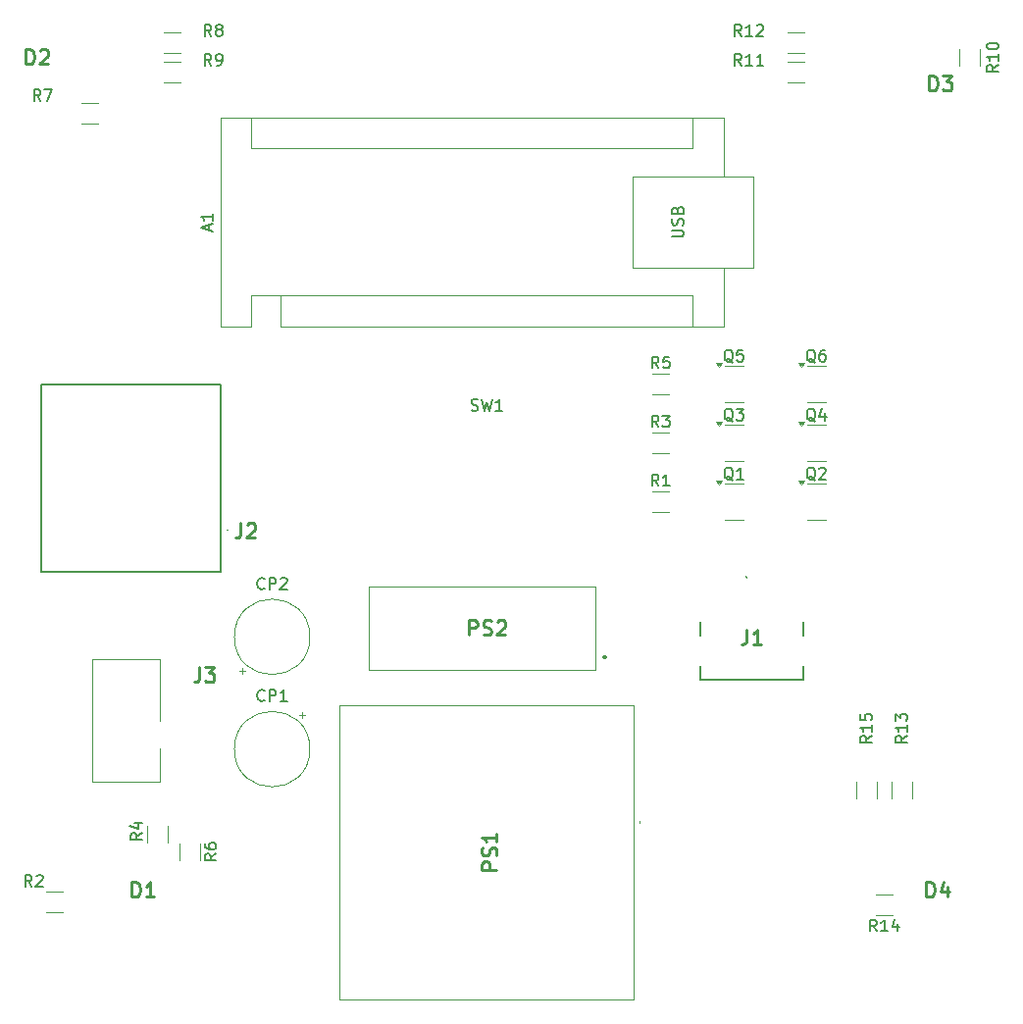
<source format=gbr>
%TF.GenerationSoftware,KiCad,Pcbnew,8.0.8*%
%TF.CreationDate,2025-06-01T20:52:10+02:00*%
%TF.ProjectId,DIYFAN_V1,44495946-414e-45f5-9631-2e6b69636164,rev?*%
%TF.SameCoordinates,Original*%
%TF.FileFunction,Legend,Top*%
%TF.FilePolarity,Positive*%
%FSLAX46Y46*%
G04 Gerber Fmt 4.6, Leading zero omitted, Abs format (unit mm)*
G04 Created by KiCad (PCBNEW 8.0.8) date 2025-06-01 20:52:10*
%MOMM*%
%LPD*%
G01*
G04 APERTURE LIST*
%ADD10C,0.150000*%
%ADD11C,0.254000*%
%ADD12C,0.120000*%
%ADD13C,0.200000*%
%ADD14C,0.100000*%
%ADD15C,0.300000*%
G04 APERTURE END LIST*
D10*
X90511333Y-124660819D02*
X90178000Y-124184628D01*
X89939905Y-124660819D02*
X89939905Y-123660819D01*
X89939905Y-123660819D02*
X90320857Y-123660819D01*
X90320857Y-123660819D02*
X90416095Y-123708438D01*
X90416095Y-123708438D02*
X90463714Y-123756057D01*
X90463714Y-123756057D02*
X90511333Y-123851295D01*
X90511333Y-123851295D02*
X90511333Y-123994152D01*
X90511333Y-123994152D02*
X90463714Y-124089390D01*
X90463714Y-124089390D02*
X90416095Y-124137009D01*
X90416095Y-124137009D02*
X90320857Y-124184628D01*
X90320857Y-124184628D02*
X89939905Y-124184628D01*
X90892286Y-123756057D02*
X90939905Y-123708438D01*
X90939905Y-123708438D02*
X91035143Y-123660819D01*
X91035143Y-123660819D02*
X91273238Y-123660819D01*
X91273238Y-123660819D02*
X91368476Y-123708438D01*
X91368476Y-123708438D02*
X91416095Y-123756057D01*
X91416095Y-123756057D02*
X91463714Y-123851295D01*
X91463714Y-123851295D02*
X91463714Y-123946533D01*
X91463714Y-123946533D02*
X91416095Y-124089390D01*
X91416095Y-124089390D02*
X90844667Y-124660819D01*
X90844667Y-124660819D02*
X91463714Y-124660819D01*
D11*
X152230667Y-102470318D02*
X152230667Y-103377461D01*
X152230667Y-103377461D02*
X152170190Y-103558889D01*
X152170190Y-103558889D02*
X152049238Y-103679842D01*
X152049238Y-103679842D02*
X151867809Y-103740318D01*
X151867809Y-103740318D02*
X151746857Y-103740318D01*
X153500667Y-103740318D02*
X152774952Y-103740318D01*
X153137809Y-103740318D02*
X153137809Y-102470318D01*
X153137809Y-102470318D02*
X153016857Y-102651746D01*
X153016857Y-102651746D02*
X152895905Y-102772699D01*
X152895905Y-102772699D02*
X152774952Y-102833175D01*
X108542667Y-93284318D02*
X108542667Y-94191461D01*
X108542667Y-94191461D02*
X108482190Y-94372889D01*
X108482190Y-94372889D02*
X108361238Y-94493842D01*
X108361238Y-94493842D02*
X108179809Y-94554318D01*
X108179809Y-94554318D02*
X108058857Y-94554318D01*
X109086952Y-93405270D02*
X109147428Y-93344794D01*
X109147428Y-93344794D02*
X109268381Y-93284318D01*
X109268381Y-93284318D02*
X109570762Y-93284318D01*
X109570762Y-93284318D02*
X109691714Y-93344794D01*
X109691714Y-93344794D02*
X109752190Y-93405270D01*
X109752190Y-93405270D02*
X109812667Y-93526222D01*
X109812667Y-93526222D02*
X109812667Y-93647175D01*
X109812667Y-93647175D02*
X109752190Y-93828603D01*
X109752190Y-93828603D02*
X109026476Y-94554318D01*
X109026476Y-94554318D02*
X109812667Y-94554318D01*
D10*
X106005333Y-51254819D02*
X105672000Y-50778628D01*
X105433905Y-51254819D02*
X105433905Y-50254819D01*
X105433905Y-50254819D02*
X105814857Y-50254819D01*
X105814857Y-50254819D02*
X105910095Y-50302438D01*
X105910095Y-50302438D02*
X105957714Y-50350057D01*
X105957714Y-50350057D02*
X106005333Y-50445295D01*
X106005333Y-50445295D02*
X106005333Y-50588152D01*
X106005333Y-50588152D02*
X105957714Y-50683390D01*
X105957714Y-50683390D02*
X105910095Y-50731009D01*
X105910095Y-50731009D02*
X105814857Y-50778628D01*
X105814857Y-50778628D02*
X105433905Y-50778628D01*
X106576762Y-50683390D02*
X106481524Y-50635771D01*
X106481524Y-50635771D02*
X106433905Y-50588152D01*
X106433905Y-50588152D02*
X106386286Y-50492914D01*
X106386286Y-50492914D02*
X106386286Y-50445295D01*
X106386286Y-50445295D02*
X106433905Y-50350057D01*
X106433905Y-50350057D02*
X106481524Y-50302438D01*
X106481524Y-50302438D02*
X106576762Y-50254819D01*
X106576762Y-50254819D02*
X106767238Y-50254819D01*
X106767238Y-50254819D02*
X106862476Y-50302438D01*
X106862476Y-50302438D02*
X106910095Y-50350057D01*
X106910095Y-50350057D02*
X106957714Y-50445295D01*
X106957714Y-50445295D02*
X106957714Y-50492914D01*
X106957714Y-50492914D02*
X106910095Y-50588152D01*
X106910095Y-50588152D02*
X106862476Y-50635771D01*
X106862476Y-50635771D02*
X106767238Y-50683390D01*
X106767238Y-50683390D02*
X106576762Y-50683390D01*
X106576762Y-50683390D02*
X106481524Y-50731009D01*
X106481524Y-50731009D02*
X106433905Y-50778628D01*
X106433905Y-50778628D02*
X106386286Y-50873866D01*
X106386286Y-50873866D02*
X106386286Y-51064342D01*
X106386286Y-51064342D02*
X106433905Y-51159580D01*
X106433905Y-51159580D02*
X106481524Y-51207200D01*
X106481524Y-51207200D02*
X106576762Y-51254819D01*
X106576762Y-51254819D02*
X106767238Y-51254819D01*
X106767238Y-51254819D02*
X106862476Y-51207200D01*
X106862476Y-51207200D02*
X106910095Y-51159580D01*
X106910095Y-51159580D02*
X106957714Y-51064342D01*
X106957714Y-51064342D02*
X106957714Y-50873866D01*
X106957714Y-50873866D02*
X106910095Y-50778628D01*
X106910095Y-50778628D02*
X106862476Y-50731009D01*
X106862476Y-50731009D02*
X106767238Y-50683390D01*
X151757142Y-53794819D02*
X151423809Y-53318628D01*
X151185714Y-53794819D02*
X151185714Y-52794819D01*
X151185714Y-52794819D02*
X151566666Y-52794819D01*
X151566666Y-52794819D02*
X151661904Y-52842438D01*
X151661904Y-52842438D02*
X151709523Y-52890057D01*
X151709523Y-52890057D02*
X151757142Y-52985295D01*
X151757142Y-52985295D02*
X151757142Y-53128152D01*
X151757142Y-53128152D02*
X151709523Y-53223390D01*
X151709523Y-53223390D02*
X151661904Y-53271009D01*
X151661904Y-53271009D02*
X151566666Y-53318628D01*
X151566666Y-53318628D02*
X151185714Y-53318628D01*
X152709523Y-53794819D02*
X152138095Y-53794819D01*
X152423809Y-53794819D02*
X152423809Y-52794819D01*
X152423809Y-52794819D02*
X152328571Y-52937676D01*
X152328571Y-52937676D02*
X152233333Y-53032914D01*
X152233333Y-53032914D02*
X152138095Y-53080533D01*
X153661904Y-53794819D02*
X153090476Y-53794819D01*
X153376190Y-53794819D02*
X153376190Y-52794819D01*
X153376190Y-52794819D02*
X153280952Y-52937676D01*
X153280952Y-52937676D02*
X153185714Y-53032914D01*
X153185714Y-53032914D02*
X153090476Y-53080533D01*
X144613333Y-79914819D02*
X144280000Y-79438628D01*
X144041905Y-79914819D02*
X144041905Y-78914819D01*
X144041905Y-78914819D02*
X144422857Y-78914819D01*
X144422857Y-78914819D02*
X144518095Y-78962438D01*
X144518095Y-78962438D02*
X144565714Y-79010057D01*
X144565714Y-79010057D02*
X144613333Y-79105295D01*
X144613333Y-79105295D02*
X144613333Y-79248152D01*
X144613333Y-79248152D02*
X144565714Y-79343390D01*
X144565714Y-79343390D02*
X144518095Y-79391009D01*
X144518095Y-79391009D02*
X144422857Y-79438628D01*
X144422857Y-79438628D02*
X144041905Y-79438628D01*
X145518095Y-78914819D02*
X145041905Y-78914819D01*
X145041905Y-78914819D02*
X144994286Y-79391009D01*
X144994286Y-79391009D02*
X145041905Y-79343390D01*
X145041905Y-79343390D02*
X145137143Y-79295771D01*
X145137143Y-79295771D02*
X145375238Y-79295771D01*
X145375238Y-79295771D02*
X145470476Y-79343390D01*
X145470476Y-79343390D02*
X145518095Y-79391009D01*
X145518095Y-79391009D02*
X145565714Y-79486247D01*
X145565714Y-79486247D02*
X145565714Y-79724342D01*
X145565714Y-79724342D02*
X145518095Y-79819580D01*
X145518095Y-79819580D02*
X145470476Y-79867200D01*
X145470476Y-79867200D02*
X145375238Y-79914819D01*
X145375238Y-79914819D02*
X145137143Y-79914819D01*
X145137143Y-79914819D02*
X145041905Y-79867200D01*
X145041905Y-79867200D02*
X144994286Y-79819580D01*
X173936819Y-53728857D02*
X173460628Y-54062190D01*
X173936819Y-54300285D02*
X172936819Y-54300285D01*
X172936819Y-54300285D02*
X172936819Y-53919333D01*
X172936819Y-53919333D02*
X172984438Y-53824095D01*
X172984438Y-53824095D02*
X173032057Y-53776476D01*
X173032057Y-53776476D02*
X173127295Y-53728857D01*
X173127295Y-53728857D02*
X173270152Y-53728857D01*
X173270152Y-53728857D02*
X173365390Y-53776476D01*
X173365390Y-53776476D02*
X173413009Y-53824095D01*
X173413009Y-53824095D02*
X173460628Y-53919333D01*
X173460628Y-53919333D02*
X173460628Y-54300285D01*
X173936819Y-52776476D02*
X173936819Y-53347904D01*
X173936819Y-53062190D02*
X172936819Y-53062190D01*
X172936819Y-53062190D02*
X173079676Y-53157428D01*
X173079676Y-53157428D02*
X173174914Y-53252666D01*
X173174914Y-53252666D02*
X173222533Y-53347904D01*
X172936819Y-52157428D02*
X172936819Y-52062190D01*
X172936819Y-52062190D02*
X172984438Y-51966952D01*
X172984438Y-51966952D02*
X173032057Y-51919333D01*
X173032057Y-51919333D02*
X173127295Y-51871714D01*
X173127295Y-51871714D02*
X173317771Y-51824095D01*
X173317771Y-51824095D02*
X173555866Y-51824095D01*
X173555866Y-51824095D02*
X173746342Y-51871714D01*
X173746342Y-51871714D02*
X173841580Y-51919333D01*
X173841580Y-51919333D02*
X173889200Y-51966952D01*
X173889200Y-51966952D02*
X173936819Y-52062190D01*
X173936819Y-52062190D02*
X173936819Y-52157428D01*
X173936819Y-52157428D02*
X173889200Y-52252666D01*
X173889200Y-52252666D02*
X173841580Y-52300285D01*
X173841580Y-52300285D02*
X173746342Y-52347904D01*
X173746342Y-52347904D02*
X173555866Y-52395523D01*
X173555866Y-52395523D02*
X173317771Y-52395523D01*
X173317771Y-52395523D02*
X173127295Y-52347904D01*
X173127295Y-52347904D02*
X173032057Y-52300285D01*
X173032057Y-52300285D02*
X172984438Y-52252666D01*
X172984438Y-52252666D02*
X172936819Y-52157428D01*
X106414819Y-121832666D02*
X105938628Y-122165999D01*
X106414819Y-122404094D02*
X105414819Y-122404094D01*
X105414819Y-122404094D02*
X105414819Y-122023142D01*
X105414819Y-122023142D02*
X105462438Y-121927904D01*
X105462438Y-121927904D02*
X105510057Y-121880285D01*
X105510057Y-121880285D02*
X105605295Y-121832666D01*
X105605295Y-121832666D02*
X105748152Y-121832666D01*
X105748152Y-121832666D02*
X105843390Y-121880285D01*
X105843390Y-121880285D02*
X105891009Y-121927904D01*
X105891009Y-121927904D02*
X105938628Y-122023142D01*
X105938628Y-122023142D02*
X105938628Y-122404094D01*
X105414819Y-120975523D02*
X105414819Y-121165999D01*
X105414819Y-121165999D02*
X105462438Y-121261237D01*
X105462438Y-121261237D02*
X105510057Y-121308856D01*
X105510057Y-121308856D02*
X105652914Y-121404094D01*
X105652914Y-121404094D02*
X105843390Y-121451713D01*
X105843390Y-121451713D02*
X106224342Y-121451713D01*
X106224342Y-121451713D02*
X106319580Y-121404094D01*
X106319580Y-121404094D02*
X106367200Y-121356475D01*
X106367200Y-121356475D02*
X106414819Y-121261237D01*
X106414819Y-121261237D02*
X106414819Y-121070761D01*
X106414819Y-121070761D02*
X106367200Y-120975523D01*
X106367200Y-120975523D02*
X106319580Y-120927904D01*
X106319580Y-120927904D02*
X106224342Y-120880285D01*
X106224342Y-120880285D02*
X105986247Y-120880285D01*
X105986247Y-120880285D02*
X105891009Y-120927904D01*
X105891009Y-120927904D02*
X105843390Y-120975523D01*
X105843390Y-120975523D02*
X105795771Y-121070761D01*
X105795771Y-121070761D02*
X105795771Y-121261237D01*
X105795771Y-121261237D02*
X105843390Y-121356475D01*
X105843390Y-121356475D02*
X105891009Y-121404094D01*
X105891009Y-121404094D02*
X105986247Y-121451713D01*
X158146761Y-79430057D02*
X158051523Y-79382438D01*
X158051523Y-79382438D02*
X157956285Y-79287200D01*
X157956285Y-79287200D02*
X157813428Y-79144342D01*
X157813428Y-79144342D02*
X157718190Y-79096723D01*
X157718190Y-79096723D02*
X157622952Y-79096723D01*
X157670571Y-79334819D02*
X157575333Y-79287200D01*
X157575333Y-79287200D02*
X157480095Y-79191961D01*
X157480095Y-79191961D02*
X157432476Y-79001485D01*
X157432476Y-79001485D02*
X157432476Y-78668152D01*
X157432476Y-78668152D02*
X157480095Y-78477676D01*
X157480095Y-78477676D02*
X157575333Y-78382438D01*
X157575333Y-78382438D02*
X157670571Y-78334819D01*
X157670571Y-78334819D02*
X157861047Y-78334819D01*
X157861047Y-78334819D02*
X157956285Y-78382438D01*
X157956285Y-78382438D02*
X158051523Y-78477676D01*
X158051523Y-78477676D02*
X158099142Y-78668152D01*
X158099142Y-78668152D02*
X158099142Y-79001485D01*
X158099142Y-79001485D02*
X158051523Y-79191961D01*
X158051523Y-79191961D02*
X157956285Y-79287200D01*
X157956285Y-79287200D02*
X157861047Y-79334819D01*
X157861047Y-79334819D02*
X157670571Y-79334819D01*
X158956285Y-78334819D02*
X158765809Y-78334819D01*
X158765809Y-78334819D02*
X158670571Y-78382438D01*
X158670571Y-78382438D02*
X158622952Y-78430057D01*
X158622952Y-78430057D02*
X158527714Y-78572914D01*
X158527714Y-78572914D02*
X158480095Y-78763390D01*
X158480095Y-78763390D02*
X158480095Y-79144342D01*
X158480095Y-79144342D02*
X158527714Y-79239580D01*
X158527714Y-79239580D02*
X158575333Y-79287200D01*
X158575333Y-79287200D02*
X158670571Y-79334819D01*
X158670571Y-79334819D02*
X158861047Y-79334819D01*
X158861047Y-79334819D02*
X158956285Y-79287200D01*
X158956285Y-79287200D02*
X159003904Y-79239580D01*
X159003904Y-79239580D02*
X159051523Y-79144342D01*
X159051523Y-79144342D02*
X159051523Y-78906247D01*
X159051523Y-78906247D02*
X159003904Y-78811009D01*
X159003904Y-78811009D02*
X158956285Y-78763390D01*
X158956285Y-78763390D02*
X158861047Y-78715771D01*
X158861047Y-78715771D02*
X158670571Y-78715771D01*
X158670571Y-78715771D02*
X158575333Y-78763390D01*
X158575333Y-78763390D02*
X158527714Y-78811009D01*
X158527714Y-78811009D02*
X158480095Y-78906247D01*
X144613333Y-90074819D02*
X144280000Y-89598628D01*
X144041905Y-90074819D02*
X144041905Y-89074819D01*
X144041905Y-89074819D02*
X144422857Y-89074819D01*
X144422857Y-89074819D02*
X144518095Y-89122438D01*
X144518095Y-89122438D02*
X144565714Y-89170057D01*
X144565714Y-89170057D02*
X144613333Y-89265295D01*
X144613333Y-89265295D02*
X144613333Y-89408152D01*
X144613333Y-89408152D02*
X144565714Y-89503390D01*
X144565714Y-89503390D02*
X144518095Y-89551009D01*
X144518095Y-89551009D02*
X144422857Y-89598628D01*
X144422857Y-89598628D02*
X144041905Y-89598628D01*
X145565714Y-90074819D02*
X144994286Y-90074819D01*
X145280000Y-90074819D02*
X145280000Y-89074819D01*
X145280000Y-89074819D02*
X145184762Y-89217676D01*
X145184762Y-89217676D02*
X145089524Y-89312914D01*
X145089524Y-89312914D02*
X144994286Y-89360533D01*
X151034761Y-89590057D02*
X150939523Y-89542438D01*
X150939523Y-89542438D02*
X150844285Y-89447200D01*
X150844285Y-89447200D02*
X150701428Y-89304342D01*
X150701428Y-89304342D02*
X150606190Y-89256723D01*
X150606190Y-89256723D02*
X150510952Y-89256723D01*
X150558571Y-89494819D02*
X150463333Y-89447200D01*
X150463333Y-89447200D02*
X150368095Y-89351961D01*
X150368095Y-89351961D02*
X150320476Y-89161485D01*
X150320476Y-89161485D02*
X150320476Y-88828152D01*
X150320476Y-88828152D02*
X150368095Y-88637676D01*
X150368095Y-88637676D02*
X150463333Y-88542438D01*
X150463333Y-88542438D02*
X150558571Y-88494819D01*
X150558571Y-88494819D02*
X150749047Y-88494819D01*
X150749047Y-88494819D02*
X150844285Y-88542438D01*
X150844285Y-88542438D02*
X150939523Y-88637676D01*
X150939523Y-88637676D02*
X150987142Y-88828152D01*
X150987142Y-88828152D02*
X150987142Y-89161485D01*
X150987142Y-89161485D02*
X150939523Y-89351961D01*
X150939523Y-89351961D02*
X150844285Y-89447200D01*
X150844285Y-89447200D02*
X150749047Y-89494819D01*
X150749047Y-89494819D02*
X150558571Y-89494819D01*
X151939523Y-89494819D02*
X151368095Y-89494819D01*
X151653809Y-89494819D02*
X151653809Y-88494819D01*
X151653809Y-88494819D02*
X151558571Y-88637676D01*
X151558571Y-88637676D02*
X151463333Y-88732914D01*
X151463333Y-88732914D02*
X151368095Y-88780533D01*
X163014819Y-111640857D02*
X162538628Y-111974190D01*
X163014819Y-112212285D02*
X162014819Y-112212285D01*
X162014819Y-112212285D02*
X162014819Y-111831333D01*
X162014819Y-111831333D02*
X162062438Y-111736095D01*
X162062438Y-111736095D02*
X162110057Y-111688476D01*
X162110057Y-111688476D02*
X162205295Y-111640857D01*
X162205295Y-111640857D02*
X162348152Y-111640857D01*
X162348152Y-111640857D02*
X162443390Y-111688476D01*
X162443390Y-111688476D02*
X162491009Y-111736095D01*
X162491009Y-111736095D02*
X162538628Y-111831333D01*
X162538628Y-111831333D02*
X162538628Y-112212285D01*
X163014819Y-110688476D02*
X163014819Y-111259904D01*
X163014819Y-110974190D02*
X162014819Y-110974190D01*
X162014819Y-110974190D02*
X162157676Y-111069428D01*
X162157676Y-111069428D02*
X162252914Y-111164666D01*
X162252914Y-111164666D02*
X162300533Y-111259904D01*
X162014819Y-109783714D02*
X162014819Y-110259904D01*
X162014819Y-110259904D02*
X162491009Y-110307523D01*
X162491009Y-110307523D02*
X162443390Y-110259904D01*
X162443390Y-110259904D02*
X162395771Y-110164666D01*
X162395771Y-110164666D02*
X162395771Y-109926571D01*
X162395771Y-109926571D02*
X162443390Y-109831333D01*
X162443390Y-109831333D02*
X162491009Y-109783714D01*
X162491009Y-109783714D02*
X162586247Y-109736095D01*
X162586247Y-109736095D02*
X162824342Y-109736095D01*
X162824342Y-109736095D02*
X162919580Y-109783714D01*
X162919580Y-109783714D02*
X162967200Y-109831333D01*
X162967200Y-109831333D02*
X163014819Y-109926571D01*
X163014819Y-109926571D02*
X163014819Y-110164666D01*
X163014819Y-110164666D02*
X162967200Y-110259904D01*
X162967200Y-110259904D02*
X162919580Y-110307523D01*
X166062819Y-111640857D02*
X165586628Y-111974190D01*
X166062819Y-112212285D02*
X165062819Y-112212285D01*
X165062819Y-112212285D02*
X165062819Y-111831333D01*
X165062819Y-111831333D02*
X165110438Y-111736095D01*
X165110438Y-111736095D02*
X165158057Y-111688476D01*
X165158057Y-111688476D02*
X165253295Y-111640857D01*
X165253295Y-111640857D02*
X165396152Y-111640857D01*
X165396152Y-111640857D02*
X165491390Y-111688476D01*
X165491390Y-111688476D02*
X165539009Y-111736095D01*
X165539009Y-111736095D02*
X165586628Y-111831333D01*
X165586628Y-111831333D02*
X165586628Y-112212285D01*
X166062819Y-110688476D02*
X166062819Y-111259904D01*
X166062819Y-110974190D02*
X165062819Y-110974190D01*
X165062819Y-110974190D02*
X165205676Y-111069428D01*
X165205676Y-111069428D02*
X165300914Y-111164666D01*
X165300914Y-111164666D02*
X165348533Y-111259904D01*
X165062819Y-110355142D02*
X165062819Y-109736095D01*
X165062819Y-109736095D02*
X165443771Y-110069428D01*
X165443771Y-110069428D02*
X165443771Y-109926571D01*
X165443771Y-109926571D02*
X165491390Y-109831333D01*
X165491390Y-109831333D02*
X165539009Y-109783714D01*
X165539009Y-109783714D02*
X165634247Y-109736095D01*
X165634247Y-109736095D02*
X165872342Y-109736095D01*
X165872342Y-109736095D02*
X165967580Y-109783714D01*
X165967580Y-109783714D02*
X166015200Y-109831333D01*
X166015200Y-109831333D02*
X166062819Y-109926571D01*
X166062819Y-109926571D02*
X166062819Y-110212285D01*
X166062819Y-110212285D02*
X166015200Y-110307523D01*
X166015200Y-110307523D02*
X165967580Y-110355142D01*
X110585333Y-108563580D02*
X110537714Y-108611200D01*
X110537714Y-108611200D02*
X110394857Y-108658819D01*
X110394857Y-108658819D02*
X110299619Y-108658819D01*
X110299619Y-108658819D02*
X110156762Y-108611200D01*
X110156762Y-108611200D02*
X110061524Y-108515961D01*
X110061524Y-108515961D02*
X110013905Y-108420723D01*
X110013905Y-108420723D02*
X109966286Y-108230247D01*
X109966286Y-108230247D02*
X109966286Y-108087390D01*
X109966286Y-108087390D02*
X110013905Y-107896914D01*
X110013905Y-107896914D02*
X110061524Y-107801676D01*
X110061524Y-107801676D02*
X110156762Y-107706438D01*
X110156762Y-107706438D02*
X110299619Y-107658819D01*
X110299619Y-107658819D02*
X110394857Y-107658819D01*
X110394857Y-107658819D02*
X110537714Y-107706438D01*
X110537714Y-107706438D02*
X110585333Y-107754057D01*
X111013905Y-108658819D02*
X111013905Y-107658819D01*
X111013905Y-107658819D02*
X111394857Y-107658819D01*
X111394857Y-107658819D02*
X111490095Y-107706438D01*
X111490095Y-107706438D02*
X111537714Y-107754057D01*
X111537714Y-107754057D02*
X111585333Y-107849295D01*
X111585333Y-107849295D02*
X111585333Y-107992152D01*
X111585333Y-107992152D02*
X111537714Y-108087390D01*
X111537714Y-108087390D02*
X111490095Y-108135009D01*
X111490095Y-108135009D02*
X111394857Y-108182628D01*
X111394857Y-108182628D02*
X111013905Y-108182628D01*
X112537714Y-108658819D02*
X111966286Y-108658819D01*
X112252000Y-108658819D02*
X112252000Y-107658819D01*
X112252000Y-107658819D02*
X112156762Y-107801676D01*
X112156762Y-107801676D02*
X112061524Y-107896914D01*
X112061524Y-107896914D02*
X111966286Y-107944533D01*
X91273333Y-56842819D02*
X90940000Y-56366628D01*
X90701905Y-56842819D02*
X90701905Y-55842819D01*
X90701905Y-55842819D02*
X91082857Y-55842819D01*
X91082857Y-55842819D02*
X91178095Y-55890438D01*
X91178095Y-55890438D02*
X91225714Y-55938057D01*
X91225714Y-55938057D02*
X91273333Y-56033295D01*
X91273333Y-56033295D02*
X91273333Y-56176152D01*
X91273333Y-56176152D02*
X91225714Y-56271390D01*
X91225714Y-56271390D02*
X91178095Y-56319009D01*
X91178095Y-56319009D02*
X91082857Y-56366628D01*
X91082857Y-56366628D02*
X90701905Y-56366628D01*
X91606667Y-55842819D02*
X92273333Y-55842819D01*
X92273333Y-55842819D02*
X91844762Y-56842819D01*
X110585333Y-98911580D02*
X110537714Y-98959200D01*
X110537714Y-98959200D02*
X110394857Y-99006819D01*
X110394857Y-99006819D02*
X110299619Y-99006819D01*
X110299619Y-99006819D02*
X110156762Y-98959200D01*
X110156762Y-98959200D02*
X110061524Y-98863961D01*
X110061524Y-98863961D02*
X110013905Y-98768723D01*
X110013905Y-98768723D02*
X109966286Y-98578247D01*
X109966286Y-98578247D02*
X109966286Y-98435390D01*
X109966286Y-98435390D02*
X110013905Y-98244914D01*
X110013905Y-98244914D02*
X110061524Y-98149676D01*
X110061524Y-98149676D02*
X110156762Y-98054438D01*
X110156762Y-98054438D02*
X110299619Y-98006819D01*
X110299619Y-98006819D02*
X110394857Y-98006819D01*
X110394857Y-98006819D02*
X110537714Y-98054438D01*
X110537714Y-98054438D02*
X110585333Y-98102057D01*
X111013905Y-99006819D02*
X111013905Y-98006819D01*
X111013905Y-98006819D02*
X111394857Y-98006819D01*
X111394857Y-98006819D02*
X111490095Y-98054438D01*
X111490095Y-98054438D02*
X111537714Y-98102057D01*
X111537714Y-98102057D02*
X111585333Y-98197295D01*
X111585333Y-98197295D02*
X111585333Y-98340152D01*
X111585333Y-98340152D02*
X111537714Y-98435390D01*
X111537714Y-98435390D02*
X111490095Y-98483009D01*
X111490095Y-98483009D02*
X111394857Y-98530628D01*
X111394857Y-98530628D02*
X111013905Y-98530628D01*
X111966286Y-98102057D02*
X112013905Y-98054438D01*
X112013905Y-98054438D02*
X112109143Y-98006819D01*
X112109143Y-98006819D02*
X112347238Y-98006819D01*
X112347238Y-98006819D02*
X112442476Y-98054438D01*
X112442476Y-98054438D02*
X112490095Y-98102057D01*
X112490095Y-98102057D02*
X112537714Y-98197295D01*
X112537714Y-98197295D02*
X112537714Y-98292533D01*
X112537714Y-98292533D02*
X112490095Y-98435390D01*
X112490095Y-98435390D02*
X111918667Y-99006819D01*
X111918667Y-99006819D02*
X112537714Y-99006819D01*
D11*
X128251856Y-102936318D02*
X128251856Y-101666318D01*
X128251856Y-101666318D02*
X128735666Y-101666318D01*
X128735666Y-101666318D02*
X128856618Y-101726794D01*
X128856618Y-101726794D02*
X128917095Y-101787270D01*
X128917095Y-101787270D02*
X128977571Y-101908222D01*
X128977571Y-101908222D02*
X128977571Y-102089651D01*
X128977571Y-102089651D02*
X128917095Y-102210603D01*
X128917095Y-102210603D02*
X128856618Y-102271080D01*
X128856618Y-102271080D02*
X128735666Y-102331556D01*
X128735666Y-102331556D02*
X128251856Y-102331556D01*
X129461380Y-102875842D02*
X129642809Y-102936318D01*
X129642809Y-102936318D02*
X129945190Y-102936318D01*
X129945190Y-102936318D02*
X130066142Y-102875842D01*
X130066142Y-102875842D02*
X130126618Y-102815365D01*
X130126618Y-102815365D02*
X130187095Y-102694413D01*
X130187095Y-102694413D02*
X130187095Y-102573461D01*
X130187095Y-102573461D02*
X130126618Y-102452508D01*
X130126618Y-102452508D02*
X130066142Y-102392032D01*
X130066142Y-102392032D02*
X129945190Y-102331556D01*
X129945190Y-102331556D02*
X129703285Y-102271080D01*
X129703285Y-102271080D02*
X129582333Y-102210603D01*
X129582333Y-102210603D02*
X129521856Y-102150127D01*
X129521856Y-102150127D02*
X129461380Y-102029175D01*
X129461380Y-102029175D02*
X129461380Y-101908222D01*
X129461380Y-101908222D02*
X129521856Y-101787270D01*
X129521856Y-101787270D02*
X129582333Y-101726794D01*
X129582333Y-101726794D02*
X129703285Y-101666318D01*
X129703285Y-101666318D02*
X130005666Y-101666318D01*
X130005666Y-101666318D02*
X130187095Y-101726794D01*
X130670904Y-101787270D02*
X130731380Y-101726794D01*
X130731380Y-101726794D02*
X130852333Y-101666318D01*
X130852333Y-101666318D02*
X131154714Y-101666318D01*
X131154714Y-101666318D02*
X131275666Y-101726794D01*
X131275666Y-101726794D02*
X131336142Y-101787270D01*
X131336142Y-101787270D02*
X131396619Y-101908222D01*
X131396619Y-101908222D02*
X131396619Y-102029175D01*
X131396619Y-102029175D02*
X131336142Y-102210603D01*
X131336142Y-102210603D02*
X130610428Y-102936318D01*
X130610428Y-102936318D02*
X131396619Y-102936318D01*
X104986667Y-105730318D02*
X104986667Y-106637461D01*
X104986667Y-106637461D02*
X104926190Y-106818889D01*
X104926190Y-106818889D02*
X104805238Y-106939842D01*
X104805238Y-106939842D02*
X104623809Y-107000318D01*
X104623809Y-107000318D02*
X104502857Y-107000318D01*
X105470476Y-105730318D02*
X106256667Y-105730318D01*
X106256667Y-105730318D02*
X105833333Y-106214127D01*
X105833333Y-106214127D02*
X106014762Y-106214127D01*
X106014762Y-106214127D02*
X106135714Y-106274603D01*
X106135714Y-106274603D02*
X106196190Y-106335080D01*
X106196190Y-106335080D02*
X106256667Y-106456032D01*
X106256667Y-106456032D02*
X106256667Y-106758413D01*
X106256667Y-106758413D02*
X106196190Y-106879365D01*
X106196190Y-106879365D02*
X106135714Y-106939842D01*
X106135714Y-106939842D02*
X106014762Y-107000318D01*
X106014762Y-107000318D02*
X105651905Y-107000318D01*
X105651905Y-107000318D02*
X105530952Y-106939842D01*
X105530952Y-106939842D02*
X105470476Y-106879365D01*
D10*
X158146761Y-84510057D02*
X158051523Y-84462438D01*
X158051523Y-84462438D02*
X157956285Y-84367200D01*
X157956285Y-84367200D02*
X157813428Y-84224342D01*
X157813428Y-84224342D02*
X157718190Y-84176723D01*
X157718190Y-84176723D02*
X157622952Y-84176723D01*
X157670571Y-84414819D02*
X157575333Y-84367200D01*
X157575333Y-84367200D02*
X157480095Y-84271961D01*
X157480095Y-84271961D02*
X157432476Y-84081485D01*
X157432476Y-84081485D02*
X157432476Y-83748152D01*
X157432476Y-83748152D02*
X157480095Y-83557676D01*
X157480095Y-83557676D02*
X157575333Y-83462438D01*
X157575333Y-83462438D02*
X157670571Y-83414819D01*
X157670571Y-83414819D02*
X157861047Y-83414819D01*
X157861047Y-83414819D02*
X157956285Y-83462438D01*
X157956285Y-83462438D02*
X158051523Y-83557676D01*
X158051523Y-83557676D02*
X158099142Y-83748152D01*
X158099142Y-83748152D02*
X158099142Y-84081485D01*
X158099142Y-84081485D02*
X158051523Y-84271961D01*
X158051523Y-84271961D02*
X157956285Y-84367200D01*
X157956285Y-84367200D02*
X157861047Y-84414819D01*
X157861047Y-84414819D02*
X157670571Y-84414819D01*
X158956285Y-83748152D02*
X158956285Y-84414819D01*
X158718190Y-83367200D02*
X158480095Y-84081485D01*
X158480095Y-84081485D02*
X159099142Y-84081485D01*
X151757142Y-51254819D02*
X151423809Y-50778628D01*
X151185714Y-51254819D02*
X151185714Y-50254819D01*
X151185714Y-50254819D02*
X151566666Y-50254819D01*
X151566666Y-50254819D02*
X151661904Y-50302438D01*
X151661904Y-50302438D02*
X151709523Y-50350057D01*
X151709523Y-50350057D02*
X151757142Y-50445295D01*
X151757142Y-50445295D02*
X151757142Y-50588152D01*
X151757142Y-50588152D02*
X151709523Y-50683390D01*
X151709523Y-50683390D02*
X151661904Y-50731009D01*
X151661904Y-50731009D02*
X151566666Y-50778628D01*
X151566666Y-50778628D02*
X151185714Y-50778628D01*
X152709523Y-51254819D02*
X152138095Y-51254819D01*
X152423809Y-51254819D02*
X152423809Y-50254819D01*
X152423809Y-50254819D02*
X152328571Y-50397676D01*
X152328571Y-50397676D02*
X152233333Y-50492914D01*
X152233333Y-50492914D02*
X152138095Y-50540533D01*
X153090476Y-50350057D02*
X153138095Y-50302438D01*
X153138095Y-50302438D02*
X153233333Y-50254819D01*
X153233333Y-50254819D02*
X153471428Y-50254819D01*
X153471428Y-50254819D02*
X153566666Y-50302438D01*
X153566666Y-50302438D02*
X153614285Y-50350057D01*
X153614285Y-50350057D02*
X153661904Y-50445295D01*
X153661904Y-50445295D02*
X153661904Y-50540533D01*
X153661904Y-50540533D02*
X153614285Y-50683390D01*
X153614285Y-50683390D02*
X153042857Y-51254819D01*
X153042857Y-51254819D02*
X153661904Y-51254819D01*
X163441142Y-128512819D02*
X163107809Y-128036628D01*
X162869714Y-128512819D02*
X162869714Y-127512819D01*
X162869714Y-127512819D02*
X163250666Y-127512819D01*
X163250666Y-127512819D02*
X163345904Y-127560438D01*
X163345904Y-127560438D02*
X163393523Y-127608057D01*
X163393523Y-127608057D02*
X163441142Y-127703295D01*
X163441142Y-127703295D02*
X163441142Y-127846152D01*
X163441142Y-127846152D02*
X163393523Y-127941390D01*
X163393523Y-127941390D02*
X163345904Y-127989009D01*
X163345904Y-127989009D02*
X163250666Y-128036628D01*
X163250666Y-128036628D02*
X162869714Y-128036628D01*
X164393523Y-128512819D02*
X163822095Y-128512819D01*
X164107809Y-128512819D02*
X164107809Y-127512819D01*
X164107809Y-127512819D02*
X164012571Y-127655676D01*
X164012571Y-127655676D02*
X163917333Y-127750914D01*
X163917333Y-127750914D02*
X163822095Y-127798533D01*
X165250666Y-127846152D02*
X165250666Y-128512819D01*
X165012571Y-127465200D02*
X164774476Y-128179485D01*
X164774476Y-128179485D02*
X165393523Y-128179485D01*
X100022819Y-120054666D02*
X99546628Y-120387999D01*
X100022819Y-120626094D02*
X99022819Y-120626094D01*
X99022819Y-120626094D02*
X99022819Y-120245142D01*
X99022819Y-120245142D02*
X99070438Y-120149904D01*
X99070438Y-120149904D02*
X99118057Y-120102285D01*
X99118057Y-120102285D02*
X99213295Y-120054666D01*
X99213295Y-120054666D02*
X99356152Y-120054666D01*
X99356152Y-120054666D02*
X99451390Y-120102285D01*
X99451390Y-120102285D02*
X99499009Y-120149904D01*
X99499009Y-120149904D02*
X99546628Y-120245142D01*
X99546628Y-120245142D02*
X99546628Y-120626094D01*
X99356152Y-119197523D02*
X100022819Y-119197523D01*
X98975200Y-119435618D02*
X99689485Y-119673713D01*
X99689485Y-119673713D02*
X99689485Y-119054666D01*
X144613333Y-84994819D02*
X144280000Y-84518628D01*
X144041905Y-84994819D02*
X144041905Y-83994819D01*
X144041905Y-83994819D02*
X144422857Y-83994819D01*
X144422857Y-83994819D02*
X144518095Y-84042438D01*
X144518095Y-84042438D02*
X144565714Y-84090057D01*
X144565714Y-84090057D02*
X144613333Y-84185295D01*
X144613333Y-84185295D02*
X144613333Y-84328152D01*
X144613333Y-84328152D02*
X144565714Y-84423390D01*
X144565714Y-84423390D02*
X144518095Y-84471009D01*
X144518095Y-84471009D02*
X144422857Y-84518628D01*
X144422857Y-84518628D02*
X144041905Y-84518628D01*
X144946667Y-83994819D02*
X145565714Y-83994819D01*
X145565714Y-83994819D02*
X145232381Y-84375771D01*
X145232381Y-84375771D02*
X145375238Y-84375771D01*
X145375238Y-84375771D02*
X145470476Y-84423390D01*
X145470476Y-84423390D02*
X145518095Y-84471009D01*
X145518095Y-84471009D02*
X145565714Y-84566247D01*
X145565714Y-84566247D02*
X145565714Y-84804342D01*
X145565714Y-84804342D02*
X145518095Y-84899580D01*
X145518095Y-84899580D02*
X145470476Y-84947200D01*
X145470476Y-84947200D02*
X145375238Y-84994819D01*
X145375238Y-84994819D02*
X145089524Y-84994819D01*
X145089524Y-84994819D02*
X144994286Y-84947200D01*
X144994286Y-84947200D02*
X144946667Y-84899580D01*
X105833104Y-68014285D02*
X105833104Y-67538095D01*
X106118819Y-68109523D02*
X105118819Y-67776190D01*
X105118819Y-67776190D02*
X106118819Y-67442857D01*
X106118819Y-66585714D02*
X106118819Y-67157142D01*
X106118819Y-66871428D02*
X105118819Y-66871428D01*
X105118819Y-66871428D02*
X105261676Y-66966666D01*
X105261676Y-66966666D02*
X105356914Y-67061904D01*
X105356914Y-67061904D02*
X105404533Y-67157142D01*
X145758819Y-68561904D02*
X146568342Y-68561904D01*
X146568342Y-68561904D02*
X146663580Y-68514285D01*
X146663580Y-68514285D02*
X146711200Y-68466666D01*
X146711200Y-68466666D02*
X146758819Y-68371428D01*
X146758819Y-68371428D02*
X146758819Y-68180952D01*
X146758819Y-68180952D02*
X146711200Y-68085714D01*
X146711200Y-68085714D02*
X146663580Y-68038095D01*
X146663580Y-68038095D02*
X146568342Y-67990476D01*
X146568342Y-67990476D02*
X145758819Y-67990476D01*
X146711200Y-67561904D02*
X146758819Y-67419047D01*
X146758819Y-67419047D02*
X146758819Y-67180952D01*
X146758819Y-67180952D02*
X146711200Y-67085714D01*
X146711200Y-67085714D02*
X146663580Y-67038095D01*
X146663580Y-67038095D02*
X146568342Y-66990476D01*
X146568342Y-66990476D02*
X146473104Y-66990476D01*
X146473104Y-66990476D02*
X146377866Y-67038095D01*
X146377866Y-67038095D02*
X146330247Y-67085714D01*
X146330247Y-67085714D02*
X146282628Y-67180952D01*
X146282628Y-67180952D02*
X146235009Y-67371428D01*
X146235009Y-67371428D02*
X146187390Y-67466666D01*
X146187390Y-67466666D02*
X146139771Y-67514285D01*
X146139771Y-67514285D02*
X146044533Y-67561904D01*
X146044533Y-67561904D02*
X145949295Y-67561904D01*
X145949295Y-67561904D02*
X145854057Y-67514285D01*
X145854057Y-67514285D02*
X145806438Y-67466666D01*
X145806438Y-67466666D02*
X145758819Y-67371428D01*
X145758819Y-67371428D02*
X145758819Y-67133333D01*
X145758819Y-67133333D02*
X145806438Y-66990476D01*
X146235009Y-66228571D02*
X146282628Y-66085714D01*
X146282628Y-66085714D02*
X146330247Y-66038095D01*
X146330247Y-66038095D02*
X146425485Y-65990476D01*
X146425485Y-65990476D02*
X146568342Y-65990476D01*
X146568342Y-65990476D02*
X146663580Y-66038095D01*
X146663580Y-66038095D02*
X146711200Y-66085714D01*
X146711200Y-66085714D02*
X146758819Y-66180952D01*
X146758819Y-66180952D02*
X146758819Y-66561904D01*
X146758819Y-66561904D02*
X145758819Y-66561904D01*
X145758819Y-66561904D02*
X145758819Y-66228571D01*
X145758819Y-66228571D02*
X145806438Y-66133333D01*
X145806438Y-66133333D02*
X145854057Y-66085714D01*
X145854057Y-66085714D02*
X145949295Y-66038095D01*
X145949295Y-66038095D02*
X146044533Y-66038095D01*
X146044533Y-66038095D02*
X146139771Y-66085714D01*
X146139771Y-66085714D02*
X146187390Y-66133333D01*
X146187390Y-66133333D02*
X146235009Y-66228571D01*
X146235009Y-66228571D02*
X146235009Y-66561904D01*
X151034761Y-84510057D02*
X150939523Y-84462438D01*
X150939523Y-84462438D02*
X150844285Y-84367200D01*
X150844285Y-84367200D02*
X150701428Y-84224342D01*
X150701428Y-84224342D02*
X150606190Y-84176723D01*
X150606190Y-84176723D02*
X150510952Y-84176723D01*
X150558571Y-84414819D02*
X150463333Y-84367200D01*
X150463333Y-84367200D02*
X150368095Y-84271961D01*
X150368095Y-84271961D02*
X150320476Y-84081485D01*
X150320476Y-84081485D02*
X150320476Y-83748152D01*
X150320476Y-83748152D02*
X150368095Y-83557676D01*
X150368095Y-83557676D02*
X150463333Y-83462438D01*
X150463333Y-83462438D02*
X150558571Y-83414819D01*
X150558571Y-83414819D02*
X150749047Y-83414819D01*
X150749047Y-83414819D02*
X150844285Y-83462438D01*
X150844285Y-83462438D02*
X150939523Y-83557676D01*
X150939523Y-83557676D02*
X150987142Y-83748152D01*
X150987142Y-83748152D02*
X150987142Y-84081485D01*
X150987142Y-84081485D02*
X150939523Y-84271961D01*
X150939523Y-84271961D02*
X150844285Y-84367200D01*
X150844285Y-84367200D02*
X150749047Y-84414819D01*
X150749047Y-84414819D02*
X150558571Y-84414819D01*
X151320476Y-83414819D02*
X151939523Y-83414819D01*
X151939523Y-83414819D02*
X151606190Y-83795771D01*
X151606190Y-83795771D02*
X151749047Y-83795771D01*
X151749047Y-83795771D02*
X151844285Y-83843390D01*
X151844285Y-83843390D02*
X151891904Y-83891009D01*
X151891904Y-83891009D02*
X151939523Y-83986247D01*
X151939523Y-83986247D02*
X151939523Y-84224342D01*
X151939523Y-84224342D02*
X151891904Y-84319580D01*
X151891904Y-84319580D02*
X151844285Y-84367200D01*
X151844285Y-84367200D02*
X151749047Y-84414819D01*
X151749047Y-84414819D02*
X151463333Y-84414819D01*
X151463333Y-84414819D02*
X151368095Y-84367200D01*
X151368095Y-84367200D02*
X151320476Y-84319580D01*
X158146761Y-89590057D02*
X158051523Y-89542438D01*
X158051523Y-89542438D02*
X157956285Y-89447200D01*
X157956285Y-89447200D02*
X157813428Y-89304342D01*
X157813428Y-89304342D02*
X157718190Y-89256723D01*
X157718190Y-89256723D02*
X157622952Y-89256723D01*
X157670571Y-89494819D02*
X157575333Y-89447200D01*
X157575333Y-89447200D02*
X157480095Y-89351961D01*
X157480095Y-89351961D02*
X157432476Y-89161485D01*
X157432476Y-89161485D02*
X157432476Y-88828152D01*
X157432476Y-88828152D02*
X157480095Y-88637676D01*
X157480095Y-88637676D02*
X157575333Y-88542438D01*
X157575333Y-88542438D02*
X157670571Y-88494819D01*
X157670571Y-88494819D02*
X157861047Y-88494819D01*
X157861047Y-88494819D02*
X157956285Y-88542438D01*
X157956285Y-88542438D02*
X158051523Y-88637676D01*
X158051523Y-88637676D02*
X158099142Y-88828152D01*
X158099142Y-88828152D02*
X158099142Y-89161485D01*
X158099142Y-89161485D02*
X158051523Y-89351961D01*
X158051523Y-89351961D02*
X157956285Y-89447200D01*
X157956285Y-89447200D02*
X157861047Y-89494819D01*
X157861047Y-89494819D02*
X157670571Y-89494819D01*
X158480095Y-88590057D02*
X158527714Y-88542438D01*
X158527714Y-88542438D02*
X158622952Y-88494819D01*
X158622952Y-88494819D02*
X158861047Y-88494819D01*
X158861047Y-88494819D02*
X158956285Y-88542438D01*
X158956285Y-88542438D02*
X159003904Y-88590057D01*
X159003904Y-88590057D02*
X159051523Y-88685295D01*
X159051523Y-88685295D02*
X159051523Y-88780533D01*
X159051523Y-88780533D02*
X159003904Y-88923390D01*
X159003904Y-88923390D02*
X158432476Y-89494819D01*
X158432476Y-89494819D02*
X159051523Y-89494819D01*
X151034761Y-79430057D02*
X150939523Y-79382438D01*
X150939523Y-79382438D02*
X150844285Y-79287200D01*
X150844285Y-79287200D02*
X150701428Y-79144342D01*
X150701428Y-79144342D02*
X150606190Y-79096723D01*
X150606190Y-79096723D02*
X150510952Y-79096723D01*
X150558571Y-79334819D02*
X150463333Y-79287200D01*
X150463333Y-79287200D02*
X150368095Y-79191961D01*
X150368095Y-79191961D02*
X150320476Y-79001485D01*
X150320476Y-79001485D02*
X150320476Y-78668152D01*
X150320476Y-78668152D02*
X150368095Y-78477676D01*
X150368095Y-78477676D02*
X150463333Y-78382438D01*
X150463333Y-78382438D02*
X150558571Y-78334819D01*
X150558571Y-78334819D02*
X150749047Y-78334819D01*
X150749047Y-78334819D02*
X150844285Y-78382438D01*
X150844285Y-78382438D02*
X150939523Y-78477676D01*
X150939523Y-78477676D02*
X150987142Y-78668152D01*
X150987142Y-78668152D02*
X150987142Y-79001485D01*
X150987142Y-79001485D02*
X150939523Y-79191961D01*
X150939523Y-79191961D02*
X150844285Y-79287200D01*
X150844285Y-79287200D02*
X150749047Y-79334819D01*
X150749047Y-79334819D02*
X150558571Y-79334819D01*
X151891904Y-78334819D02*
X151415714Y-78334819D01*
X151415714Y-78334819D02*
X151368095Y-78811009D01*
X151368095Y-78811009D02*
X151415714Y-78763390D01*
X151415714Y-78763390D02*
X151510952Y-78715771D01*
X151510952Y-78715771D02*
X151749047Y-78715771D01*
X151749047Y-78715771D02*
X151844285Y-78763390D01*
X151844285Y-78763390D02*
X151891904Y-78811009D01*
X151891904Y-78811009D02*
X151939523Y-78906247D01*
X151939523Y-78906247D02*
X151939523Y-79144342D01*
X151939523Y-79144342D02*
X151891904Y-79239580D01*
X151891904Y-79239580D02*
X151844285Y-79287200D01*
X151844285Y-79287200D02*
X151749047Y-79334819D01*
X151749047Y-79334819D02*
X151510952Y-79334819D01*
X151510952Y-79334819D02*
X151415714Y-79287200D01*
X151415714Y-79287200D02*
X151368095Y-79239580D01*
D11*
X130643318Y-123208143D02*
X129373318Y-123208143D01*
X129373318Y-123208143D02*
X129373318Y-122724333D01*
X129373318Y-122724333D02*
X129433794Y-122603381D01*
X129433794Y-122603381D02*
X129494270Y-122542904D01*
X129494270Y-122542904D02*
X129615222Y-122482428D01*
X129615222Y-122482428D02*
X129796651Y-122482428D01*
X129796651Y-122482428D02*
X129917603Y-122542904D01*
X129917603Y-122542904D02*
X129978080Y-122603381D01*
X129978080Y-122603381D02*
X130038556Y-122724333D01*
X130038556Y-122724333D02*
X130038556Y-123208143D01*
X130582842Y-121998619D02*
X130643318Y-121817190D01*
X130643318Y-121817190D02*
X130643318Y-121514809D01*
X130643318Y-121514809D02*
X130582842Y-121393857D01*
X130582842Y-121393857D02*
X130522365Y-121333381D01*
X130522365Y-121333381D02*
X130401413Y-121272904D01*
X130401413Y-121272904D02*
X130280461Y-121272904D01*
X130280461Y-121272904D02*
X130159508Y-121333381D01*
X130159508Y-121333381D02*
X130099032Y-121393857D01*
X130099032Y-121393857D02*
X130038556Y-121514809D01*
X130038556Y-121514809D02*
X129978080Y-121756714D01*
X129978080Y-121756714D02*
X129917603Y-121877666D01*
X129917603Y-121877666D02*
X129857127Y-121938143D01*
X129857127Y-121938143D02*
X129736175Y-121998619D01*
X129736175Y-121998619D02*
X129615222Y-121998619D01*
X129615222Y-121998619D02*
X129494270Y-121938143D01*
X129494270Y-121938143D02*
X129433794Y-121877666D01*
X129433794Y-121877666D02*
X129373318Y-121756714D01*
X129373318Y-121756714D02*
X129373318Y-121454333D01*
X129373318Y-121454333D02*
X129433794Y-121272904D01*
X130643318Y-120063380D02*
X130643318Y-120789095D01*
X130643318Y-120426238D02*
X129373318Y-120426238D01*
X129373318Y-120426238D02*
X129554746Y-120547190D01*
X129554746Y-120547190D02*
X129675699Y-120668142D01*
X129675699Y-120668142D02*
X129736175Y-120789095D01*
D10*
X106005333Y-53794819D02*
X105672000Y-53318628D01*
X105433905Y-53794819D02*
X105433905Y-52794819D01*
X105433905Y-52794819D02*
X105814857Y-52794819D01*
X105814857Y-52794819D02*
X105910095Y-52842438D01*
X105910095Y-52842438D02*
X105957714Y-52890057D01*
X105957714Y-52890057D02*
X106005333Y-52985295D01*
X106005333Y-52985295D02*
X106005333Y-53128152D01*
X106005333Y-53128152D02*
X105957714Y-53223390D01*
X105957714Y-53223390D02*
X105910095Y-53271009D01*
X105910095Y-53271009D02*
X105814857Y-53318628D01*
X105814857Y-53318628D02*
X105433905Y-53318628D01*
X106481524Y-53794819D02*
X106672000Y-53794819D01*
X106672000Y-53794819D02*
X106767238Y-53747200D01*
X106767238Y-53747200D02*
X106814857Y-53699580D01*
X106814857Y-53699580D02*
X106910095Y-53556723D01*
X106910095Y-53556723D02*
X106957714Y-53366247D01*
X106957714Y-53366247D02*
X106957714Y-52985295D01*
X106957714Y-52985295D02*
X106910095Y-52890057D01*
X106910095Y-52890057D02*
X106862476Y-52842438D01*
X106862476Y-52842438D02*
X106767238Y-52794819D01*
X106767238Y-52794819D02*
X106576762Y-52794819D01*
X106576762Y-52794819D02*
X106481524Y-52842438D01*
X106481524Y-52842438D02*
X106433905Y-52890057D01*
X106433905Y-52890057D02*
X106386286Y-52985295D01*
X106386286Y-52985295D02*
X106386286Y-53223390D01*
X106386286Y-53223390D02*
X106433905Y-53318628D01*
X106433905Y-53318628D02*
X106481524Y-53366247D01*
X106481524Y-53366247D02*
X106576762Y-53413866D01*
X106576762Y-53413866D02*
X106767238Y-53413866D01*
X106767238Y-53413866D02*
X106862476Y-53366247D01*
X106862476Y-53366247D02*
X106910095Y-53318628D01*
X106910095Y-53318628D02*
X106957714Y-53223390D01*
D11*
X167718618Y-125542318D02*
X167718618Y-124272318D01*
X167718618Y-124272318D02*
X168020999Y-124272318D01*
X168020999Y-124272318D02*
X168202428Y-124332794D01*
X168202428Y-124332794D02*
X168323380Y-124453746D01*
X168323380Y-124453746D02*
X168383857Y-124574699D01*
X168383857Y-124574699D02*
X168444333Y-124816603D01*
X168444333Y-124816603D02*
X168444333Y-124998032D01*
X168444333Y-124998032D02*
X168383857Y-125239937D01*
X168383857Y-125239937D02*
X168323380Y-125360889D01*
X168323380Y-125360889D02*
X168202428Y-125481842D01*
X168202428Y-125481842D02*
X168020999Y-125542318D01*
X168020999Y-125542318D02*
X167718618Y-125542318D01*
X169532904Y-124695651D02*
X169532904Y-125542318D01*
X169230523Y-124211842D02*
X168928142Y-125118984D01*
X168928142Y-125118984D02*
X169714333Y-125118984D01*
X167972618Y-55946318D02*
X167972618Y-54676318D01*
X167972618Y-54676318D02*
X168274999Y-54676318D01*
X168274999Y-54676318D02*
X168456428Y-54736794D01*
X168456428Y-54736794D02*
X168577380Y-54857746D01*
X168577380Y-54857746D02*
X168637857Y-54978699D01*
X168637857Y-54978699D02*
X168698333Y-55220603D01*
X168698333Y-55220603D02*
X168698333Y-55402032D01*
X168698333Y-55402032D02*
X168637857Y-55643937D01*
X168637857Y-55643937D02*
X168577380Y-55764889D01*
X168577380Y-55764889D02*
X168456428Y-55885842D01*
X168456428Y-55885842D02*
X168274999Y-55946318D01*
X168274999Y-55946318D02*
X167972618Y-55946318D01*
X169121666Y-54676318D02*
X169907857Y-54676318D01*
X169907857Y-54676318D02*
X169484523Y-55160127D01*
X169484523Y-55160127D02*
X169665952Y-55160127D01*
X169665952Y-55160127D02*
X169786904Y-55220603D01*
X169786904Y-55220603D02*
X169847380Y-55281080D01*
X169847380Y-55281080D02*
X169907857Y-55402032D01*
X169907857Y-55402032D02*
X169907857Y-55704413D01*
X169907857Y-55704413D02*
X169847380Y-55825365D01*
X169847380Y-55825365D02*
X169786904Y-55885842D01*
X169786904Y-55885842D02*
X169665952Y-55946318D01*
X169665952Y-55946318D02*
X169303095Y-55946318D01*
X169303095Y-55946318D02*
X169182142Y-55885842D01*
X169182142Y-55885842D02*
X169121666Y-55825365D01*
D10*
X128460667Y-83533200D02*
X128603524Y-83580819D01*
X128603524Y-83580819D02*
X128841619Y-83580819D01*
X128841619Y-83580819D02*
X128936857Y-83533200D01*
X128936857Y-83533200D02*
X128984476Y-83485580D01*
X128984476Y-83485580D02*
X129032095Y-83390342D01*
X129032095Y-83390342D02*
X129032095Y-83295104D01*
X129032095Y-83295104D02*
X128984476Y-83199866D01*
X128984476Y-83199866D02*
X128936857Y-83152247D01*
X128936857Y-83152247D02*
X128841619Y-83104628D01*
X128841619Y-83104628D02*
X128651143Y-83057009D01*
X128651143Y-83057009D02*
X128555905Y-83009390D01*
X128555905Y-83009390D02*
X128508286Y-82961771D01*
X128508286Y-82961771D02*
X128460667Y-82866533D01*
X128460667Y-82866533D02*
X128460667Y-82771295D01*
X128460667Y-82771295D02*
X128508286Y-82676057D01*
X128508286Y-82676057D02*
X128555905Y-82628438D01*
X128555905Y-82628438D02*
X128651143Y-82580819D01*
X128651143Y-82580819D02*
X128889238Y-82580819D01*
X128889238Y-82580819D02*
X129032095Y-82628438D01*
X129365429Y-82580819D02*
X129603524Y-83580819D01*
X129603524Y-83580819D02*
X129794000Y-82866533D01*
X129794000Y-82866533D02*
X129984476Y-83580819D01*
X129984476Y-83580819D02*
X130222572Y-82580819D01*
X131127333Y-83580819D02*
X130555905Y-83580819D01*
X130841619Y-83580819D02*
X130841619Y-82580819D01*
X130841619Y-82580819D02*
X130746381Y-82723676D01*
X130746381Y-82723676D02*
X130651143Y-82818914D01*
X130651143Y-82818914D02*
X130555905Y-82866533D01*
D11*
X99138618Y-125542318D02*
X99138618Y-124272318D01*
X99138618Y-124272318D02*
X99440999Y-124272318D01*
X99440999Y-124272318D02*
X99622428Y-124332794D01*
X99622428Y-124332794D02*
X99743380Y-124453746D01*
X99743380Y-124453746D02*
X99803857Y-124574699D01*
X99803857Y-124574699D02*
X99864333Y-124816603D01*
X99864333Y-124816603D02*
X99864333Y-124998032D01*
X99864333Y-124998032D02*
X99803857Y-125239937D01*
X99803857Y-125239937D02*
X99743380Y-125360889D01*
X99743380Y-125360889D02*
X99622428Y-125481842D01*
X99622428Y-125481842D02*
X99440999Y-125542318D01*
X99440999Y-125542318D02*
X99138618Y-125542318D01*
X101073857Y-125542318D02*
X100348142Y-125542318D01*
X100710999Y-125542318D02*
X100710999Y-124272318D01*
X100710999Y-124272318D02*
X100590047Y-124453746D01*
X100590047Y-124453746D02*
X100469095Y-124574699D01*
X100469095Y-124574699D02*
X100348142Y-124635175D01*
X89994618Y-53660318D02*
X89994618Y-52390318D01*
X89994618Y-52390318D02*
X90296999Y-52390318D01*
X90296999Y-52390318D02*
X90478428Y-52450794D01*
X90478428Y-52450794D02*
X90599380Y-52571746D01*
X90599380Y-52571746D02*
X90659857Y-52692699D01*
X90659857Y-52692699D02*
X90720333Y-52934603D01*
X90720333Y-52934603D02*
X90720333Y-53116032D01*
X90720333Y-53116032D02*
X90659857Y-53357937D01*
X90659857Y-53357937D02*
X90599380Y-53478889D01*
X90599380Y-53478889D02*
X90478428Y-53599842D01*
X90478428Y-53599842D02*
X90296999Y-53660318D01*
X90296999Y-53660318D02*
X89994618Y-53660318D01*
X91204142Y-52511270D02*
X91264618Y-52450794D01*
X91264618Y-52450794D02*
X91385571Y-52390318D01*
X91385571Y-52390318D02*
X91687952Y-52390318D01*
X91687952Y-52390318D02*
X91808904Y-52450794D01*
X91808904Y-52450794D02*
X91869380Y-52511270D01*
X91869380Y-52511270D02*
X91929857Y-52632222D01*
X91929857Y-52632222D02*
X91929857Y-52753175D01*
X91929857Y-52753175D02*
X91869380Y-52934603D01*
X91869380Y-52934603D02*
X91143666Y-53660318D01*
X91143666Y-53660318D02*
X91929857Y-53660318D01*
D12*
%TO.C,R2*%
X91754936Y-125074000D02*
X93209064Y-125074000D01*
X91754936Y-126894000D02*
X93209064Y-126894000D01*
D13*
%TO.C,J1*%
X148184000Y-101778000D02*
X148184000Y-102978000D01*
X148184000Y-105578000D02*
X148184000Y-106828000D01*
X148184000Y-106828000D02*
X157124000Y-106828000D01*
D14*
X152154000Y-97878000D02*
X152154000Y-97878000D01*
X152154000Y-97978000D02*
X152154000Y-97978000D01*
D13*
X157124000Y-101778000D02*
X157124000Y-102978000D01*
X157124000Y-106828000D02*
X157124000Y-105578000D01*
D14*
X152154000Y-97878000D02*
G75*
G02*
X152154000Y-97978000I0J-50000D01*
G01*
X152154000Y-97978000D02*
G75*
G02*
X152154000Y-97878000I0J50000D01*
G01*
D13*
%TO.C,J2*%
X91310000Y-81358000D02*
X106810000Y-81358000D01*
X91310000Y-97458000D02*
X91310000Y-81358000D01*
X106810000Y-81358000D02*
X106810000Y-97458000D01*
X106810000Y-97458000D02*
X91310000Y-97458000D01*
D14*
X107305000Y-93858000D02*
X107305000Y-93858000D01*
X107405000Y-93858000D02*
X107405000Y-93858000D01*
X107305000Y-93858000D02*
G75*
G02*
X107405000Y-93858000I50000J0D01*
G01*
X107405000Y-93858000D02*
G75*
G02*
X107305000Y-93858000I-50000J0D01*
G01*
D12*
%TO.C,R8*%
X103343064Y-50906000D02*
X101888936Y-50906000D01*
X103343064Y-52726000D02*
X101888936Y-52726000D01*
%TO.C,R11*%
X155736936Y-53446000D02*
X157191064Y-53446000D01*
X155736936Y-55266000D02*
X157191064Y-55266000D01*
%TO.C,R5*%
X144052936Y-80370000D02*
X145507064Y-80370000D01*
X144052936Y-82190000D02*
X145507064Y-82190000D01*
%TO.C,R10*%
X170540000Y-53813064D02*
X170540000Y-52358936D01*
X172360000Y-53813064D02*
X172360000Y-52358936D01*
%TO.C,R6*%
X103230000Y-120938936D02*
X103230000Y-122393064D01*
X105050000Y-120938936D02*
X105050000Y-122393064D01*
%TO.C,Q6*%
X158242000Y-79720000D02*
X157442000Y-79720000D01*
X158242000Y-79720000D02*
X159042000Y-79720000D01*
X158242000Y-82840000D02*
X157442000Y-82840000D01*
X158242000Y-82840000D02*
X159042000Y-82840000D01*
X156942000Y-79770000D02*
X156702000Y-79440000D01*
X157182000Y-79440000D01*
X156942000Y-79770000D01*
G36*
X156942000Y-79770000D02*
G01*
X156702000Y-79440000D01*
X157182000Y-79440000D01*
X156942000Y-79770000D01*
G37*
%TO.C,R1*%
X144052936Y-90530000D02*
X145507064Y-90530000D01*
X144052936Y-92350000D02*
X145507064Y-92350000D01*
%TO.C,Q1*%
X151130000Y-89880000D02*
X150330000Y-89880000D01*
X151130000Y-89880000D02*
X151930000Y-89880000D01*
X151130000Y-93000000D02*
X150330000Y-93000000D01*
X151130000Y-93000000D02*
X151930000Y-93000000D01*
X149830000Y-89930000D02*
X149590000Y-89600000D01*
X150070000Y-89600000D01*
X149830000Y-89930000D01*
G36*
X149830000Y-89930000D02*
G01*
X149590000Y-89600000D01*
X150070000Y-89600000D01*
X149830000Y-89930000D01*
G37*
%TO.C,R15*%
X161650000Y-115604936D02*
X161650000Y-117059064D01*
X163470000Y-115604936D02*
X163470000Y-117059064D01*
%TO.C,R13*%
X164698000Y-115604936D02*
X164698000Y-117059064D01*
X166518000Y-115604936D02*
X166518000Y-117059064D01*
%TO.C,CP1*%
X113582940Y-109848944D02*
X114082940Y-109848944D01*
X113832940Y-109598944D02*
X113832940Y-110098944D01*
X114512000Y-112796000D02*
G75*
G02*
X107992000Y-112796000I-3260000J0D01*
G01*
X107992000Y-112796000D02*
G75*
G02*
X114512000Y-112796000I3260000J0D01*
G01*
%TO.C,R7*%
X96231064Y-57002000D02*
X94776936Y-57002000D01*
X96231064Y-58822000D02*
X94776936Y-58822000D01*
%TO.C,CP2*%
X108671060Y-106301056D02*
X108671060Y-105801056D01*
X108921060Y-106051056D02*
X108421060Y-106051056D01*
X114512000Y-103104000D02*
G75*
G02*
X107992000Y-103104000I-3260000J0D01*
G01*
X107992000Y-103104000D02*
G75*
G02*
X114512000Y-103104000I3260000J0D01*
G01*
D14*
%TO.C,PS2*%
X119594000Y-98762000D02*
X139194000Y-98762000D01*
X119594000Y-105962000D02*
X119594000Y-98762000D01*
X139194000Y-98762000D02*
X139194000Y-105962000D01*
X139194000Y-105962000D02*
X119594000Y-105962000D01*
D15*
X139894000Y-104862000D02*
X139894000Y-104862000D01*
X139994000Y-104862000D02*
X139994000Y-104862000D01*
X139894000Y-104862000D02*
G75*
G02*
X139994000Y-104862000I50000J0D01*
G01*
X139994000Y-104862000D02*
G75*
G02*
X139894000Y-104862000I-50000J0D01*
G01*
D14*
%TO.C,J3*%
X95760000Y-105040000D02*
X101600000Y-105040000D01*
X95760000Y-115616000D02*
X95760000Y-105040000D01*
X101600000Y-105040000D02*
X101600000Y-110328000D01*
X101600000Y-115616000D02*
X95760000Y-115616000D01*
X101600000Y-115616000D02*
X101600000Y-112719000D01*
D12*
%TO.C,Q4*%
X158242000Y-84800000D02*
X157442000Y-84800000D01*
X158242000Y-84800000D02*
X159042000Y-84800000D01*
X158242000Y-87920000D02*
X157442000Y-87920000D01*
X158242000Y-87920000D02*
X159042000Y-87920000D01*
X156942000Y-84850000D02*
X156702000Y-84520000D01*
X157182000Y-84520000D01*
X156942000Y-84850000D01*
G36*
X156942000Y-84850000D02*
G01*
X156702000Y-84520000D01*
X157182000Y-84520000D01*
X156942000Y-84850000D01*
G37*
%TO.C,R12*%
X155736936Y-50906000D02*
X157191064Y-50906000D01*
X155736936Y-52726000D02*
X157191064Y-52726000D01*
%TO.C,R14*%
X164811064Y-125328000D02*
X163356936Y-125328000D01*
X164811064Y-127148000D02*
X163356936Y-127148000D01*
%TO.C,R4*%
X102256000Y-119414936D02*
X102256000Y-120869064D01*
X100436000Y-119414936D02*
X100436000Y-120869064D01*
%TO.C,R3*%
X144052936Y-85450000D02*
X145507064Y-85450000D01*
X144052936Y-87270000D02*
X145507064Y-87270000D01*
%TO.C,A1*%
X106804000Y-58280000D02*
X106804000Y-76320000D01*
X106804000Y-76320000D02*
X109474000Y-76320000D01*
X109474000Y-60950000D02*
X109474000Y-58280000D01*
X109474000Y-60950000D02*
X147574000Y-60950000D01*
X109474000Y-73650000D02*
X109474000Y-76320000D01*
X112014000Y-73650000D02*
X109474000Y-73650000D01*
X112014000Y-73650000D02*
X112014000Y-76320000D01*
X112014000Y-73650000D02*
X147574000Y-73650000D01*
X112014000Y-76320000D02*
X150244000Y-76320000D01*
X142364000Y-63360000D02*
X152784000Y-63360000D01*
X142364000Y-71240000D02*
X142364000Y-63360000D01*
X147574000Y-60950000D02*
X147574000Y-58280000D01*
X147574000Y-73650000D02*
X147574000Y-76320000D01*
X150244000Y-58280000D02*
X106804000Y-58280000D01*
X150244000Y-58280000D02*
X150244000Y-63360000D01*
X150244000Y-76320000D02*
X150244000Y-71240000D01*
X152784000Y-63360000D02*
X152784000Y-71240000D01*
X152784000Y-71240000D02*
X142364000Y-71240000D01*
%TO.C,Q3*%
X151130000Y-84800000D02*
X150330000Y-84800000D01*
X151130000Y-84800000D02*
X151930000Y-84800000D01*
X151130000Y-87920000D02*
X150330000Y-87920000D01*
X151130000Y-87920000D02*
X151930000Y-87920000D01*
X149830000Y-84850000D02*
X149590000Y-84520000D01*
X150070000Y-84520000D01*
X149830000Y-84850000D01*
G36*
X149830000Y-84850000D02*
G01*
X149590000Y-84520000D01*
X150070000Y-84520000D01*
X149830000Y-84850000D01*
G37*
%TO.C,Q2*%
X158242000Y-89880000D02*
X157442000Y-89880000D01*
X158242000Y-89880000D02*
X159042000Y-89880000D01*
X158242000Y-93000000D02*
X157442000Y-93000000D01*
X158242000Y-93000000D02*
X159042000Y-93000000D01*
X156942000Y-89930000D02*
X156702000Y-89600000D01*
X157182000Y-89600000D01*
X156942000Y-89930000D01*
G36*
X156942000Y-89930000D02*
G01*
X156702000Y-89600000D01*
X157182000Y-89600000D01*
X156942000Y-89930000D01*
G37*
%TO.C,Q5*%
X151130000Y-79720000D02*
X150330000Y-79720000D01*
X151130000Y-79720000D02*
X151930000Y-79720000D01*
X151130000Y-82840000D02*
X150330000Y-82840000D01*
X151130000Y-82840000D02*
X151930000Y-82840000D01*
X149830000Y-79770000D02*
X149590000Y-79440000D01*
X150070000Y-79440000D01*
X149830000Y-79770000D01*
G36*
X149830000Y-79770000D02*
G01*
X149590000Y-79440000D01*
X150070000Y-79440000D01*
X149830000Y-79770000D01*
G37*
D14*
%TO.C,PS1*%
X117094000Y-108966000D02*
X142494000Y-108966000D01*
X117094000Y-134366000D02*
X117094000Y-108966000D01*
X142494000Y-108966000D02*
X142494000Y-134366000D01*
X142494000Y-134366000D02*
X117094000Y-134366000D01*
X142994000Y-119066000D02*
X142994000Y-119066000D01*
X142994000Y-119166000D02*
X142994000Y-119166000D01*
X142994000Y-119066000D02*
G75*
G02*
X142994000Y-119166000I0J-50000D01*
G01*
X142994000Y-119166000D02*
G75*
G02*
X142994000Y-119066000I0J50000D01*
G01*
D12*
%TO.C,R9*%
X103343064Y-53446000D02*
X101888936Y-53446000D01*
X103343064Y-55266000D02*
X101888936Y-55266000D01*
%TD*%
M02*

</source>
